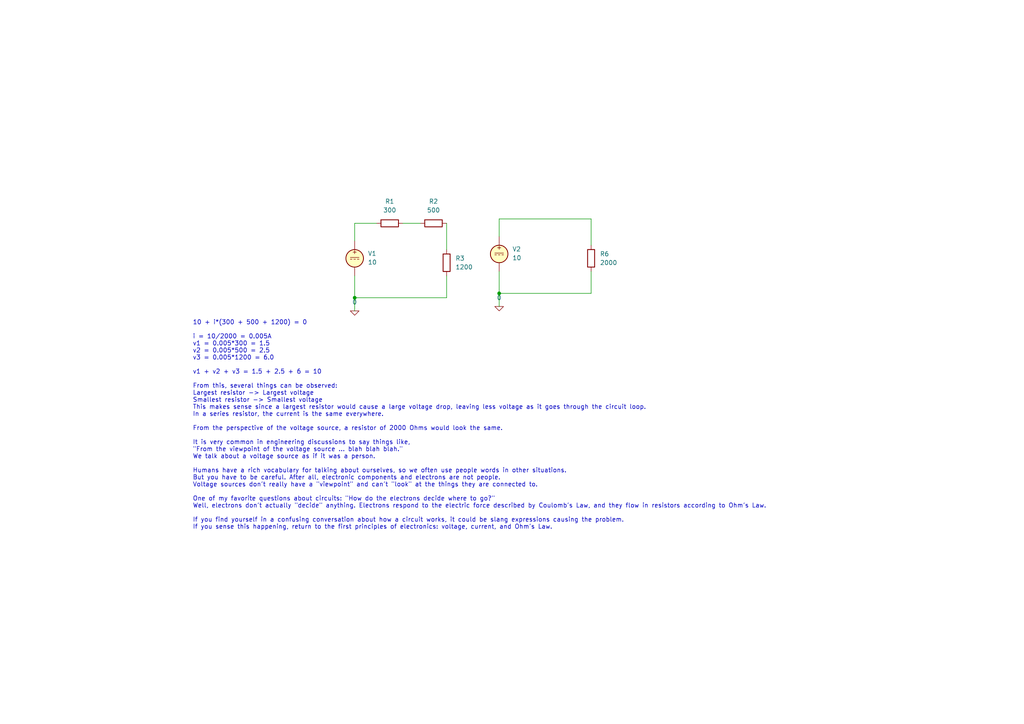
<source format=kicad_sch>
(kicad_sch (version 20230121) (generator eeschema)
  (paper "A4")
  (lib_symbols
    (symbol "Device:R" (pin_numbers hide) (pin_names (offset 0))
      (property "Reference" "R" (at 2.032 0 90))
      (property "Value" "R" (at 0 0 90))
      (symbol "R_0_1"
        (rectangle (start -1.016 -2.54) (end 1.016 2.54) (stroke (width 0.254)))
      )
      (symbol "R_1_1"
        (pin passive line (at 0 3.81 270) (length 1.27) (name "~") (number "1"))
        (pin passive line (at 0 -3.81 90) (length 1.27) (name "~") (number "2"))
      )
    )
    (symbol "Simulation_SPICE:0" (power) (pin_names (offset 0))
      (property "Value" "0" (at 0 -1.778 0))
      (symbol "0_0_1"
        (polyline (pts (xy -1.27 0) (xy 0 -1.27) (xy 1.27 0) (xy -1.27 0)))
      )
      (symbol "0_1_1"
        (pin power_in line (at 0 0 0) (length 0) hide (name "0") (number "1"))
      )
    )
    (symbol "Simulation_SPICE:VDC" (pin_numbers hide) (pin_names (offset 0.0254))
      (property "Reference" "V" (at 2.54 2.54 0))
      (property "Value" "1" (at 2.54 0 0))
      (symbol "VDC_0_0"
        (polyline (pts (xy -1.27 0.254) (xy 1.27 0.254)))
        (polyline (pts (xy -0.762 -0.254) (xy -1.27 -0.254)))
        (polyline (pts (xy 0.254 -0.254) (xy -0.254 -0.254)))
        (polyline (pts (xy 1.27 -0.254) (xy 0.762 -0.254)))
        (text "+" (at 0 1.905 0) (effects (font (size 1.27 1.27))))
      )
      (symbol "VDC_0_1"
        (circle (center 0 0) (radius 2.54) (stroke (width 0.254)) (fill (type background)))
      )
      (symbol "VDC_1_1"
        (pin passive line (at 0 5.08 270) (length 2.54) (name "~") (number "1"))
        (pin passive line (at 0 -5.08 90) (length 2.54) (name "~") (number "2"))
      )
    )
  )
  (junction (at 144.78 85.09))
  (junction (at 102.87 86.36))
  (wire (pts (xy 102.87 86.36) (xy 102.87 90.17)))
  (wire (pts (xy 129.54 86.36) (xy 102.87 86.36)))
  (wire (pts (xy 144.78 85.09) (xy 144.78 88.9)))
  (wire (pts (xy 144.78 63.5) (xy 144.78 68.58)))
  (wire (pts (xy 171.45 78.74) (xy 171.45 85.09)))
  (wire (pts (xy 116.84 64.77) (xy 121.92 64.77)))
  (wire (pts (xy 171.45 63.5) (xy 171.45 71.12)))
  (wire (pts (xy 144.78 85.09) (xy 144.78 78.74)))
  (wire (pts (xy 129.54 80.01) (xy 129.54 86.36)))
  (wire (pts (xy 102.87 86.36) (xy 102.87 80.01)))
  (wire (pts (xy 102.87 64.77) (xy 102.87 69.85)))
  (wire (pts (xy 144.78 63.5) (xy 171.45 63.5)))
  (wire (pts (xy 171.45 85.09) (xy 144.78 85.09)))
  (wire (pts (xy 102.87 64.77) (xy 109.22 64.77)))
  (wire (pts (xy 129.54 64.77) (xy 129.54 72.39)))
  (text "10 + i*(300 + 500 + 1200) = 0\n\ni = 10/2000 = 0.005A\nv1 = 0.005*300 = 1.5\nv2 = 0.005*500 = 2.5\nv3 = 0.005*1200 = 6.0\n\nv1 + v2 + v3 = 1.5 + 2.5 + 6 = 10\n\nFrom this, several things can be observed:\nLargest resistor -> Largest voltage\nSmallest resistor -> Smallest voltage\nThis makes sense since a largest resistor would cause a large voltage drop, leaving less voltage as it goes through the circuit loop.\nIn a series resistor, the current is the same everywhere.\n\nFrom the perspective of the voltage source, a resistor of 2000 Ohms would look the same.\n\nIt is very common in engineering discussions to say things like,\n\"From the viewpoint of the voltage source ... blah blah blah.\"\nWe talk about a voltage source as if it was a person.\n\nHumans have a rich vocabulary for talking about ourselves, so we often use people words in other situations.\nBut you have to be careful. After all, electronic components and electrons are not people.\nVoltage sources don't really have a \"viewpoint\" and can't \"look\" at the things they are connected to.\n\nOne of my favorite questions about circuits: \"How do the electrons decide where to go?\"\nWell, electrons don't actually \"decide\" anything. Electrons respond to the electric force described by Coulomb's Law, and they flow in resistors according to Ohm's Law.\n\nIf you find yourself in a confusing conversation about how a circuit works, it could be slang expressions causing the problem.\nIf you sense this happening, return to the first principles of electronics: voltage, current, and Ohm's Law.\n" (at 55.88 153.67 0) (effects (font (size 1.27 1.27)) (justify left bottom)))
  (symbol (lib_id "Device:R") (at 125.73 64.77 90) (unit 1)
    (property "Reference" "R2" (at 125.73 58.42 90))
    (property "Value" "500" (at 125.73 60.96 90))
  )
  (symbol (lib_id "Device:R") (at 171.45 74.93 0) (unit 1)
    (property "Reference" "R6" (at 173.99 73.66 0) (effects (justify left)))
    (property "Value" "2000" (at 173.99 76.2 0) (effects (justify left)))
  )
  (symbol (lib_id "Simulation_SPICE:VDC") (at 102.87 74.93 0) (unit 1)
    (property "Reference" "V1" (at 106.68 73.5302 0) (effects (justify left)))
    (property "Value" "10" (at 106.68 76.0702 0) (effects (justify left)))
    (property "Sim.Pins" "1=+ 2=-" (effects hide))
    (property "Sim.Type" "DC" (effects hide))
    (property "Sim.Device" "V" (effects hide))
  )
  (symbol (lib_id "Simulation_SPICE:0") (at 144.78 88.9 0) (unit 1)
    (property "Reference" "#GND02" (effects hide))
    (property "Value" "0" (at 144.78 86.36 0))
  )
  (symbol (lib_id "Device:R") (at 129.54 76.2 0) (unit 1)
    (property "Reference" "R3" (at 132.08 74.93 0) (effects (justify left)))
    (property "Value" "1200" (at 132.08 77.47 0) (effects (justify left)))
  )
  (symbol (lib_id "Simulation_SPICE:0") (at 102.87 90.17 0) (unit 1)
    (property "Reference" "#GND01" (effects hide))
    (property "Value" "0" (at 102.87 87.63 0))
  )
  (symbol (lib_id "Simulation_SPICE:VDC") (at 144.78 73.66 0) (unit 1)
    (property "Reference" "V2" (at 148.59 72.2602 0) (effects (justify left)))
    (property "Value" "10" (at 148.59 74.8002 0) (effects (justify left)))
    (property "Sim.Pins" "1=+ 2=-" (effects hide))
    (property "Sim.Type" "DC" (effects hide))
    (property "Sim.Device" "V" (effects hide))
  )
  (symbol (lib_id "Device:R") (at 113.03 64.77 90) (unit 1)
    (property "Reference" "R1" (at 113.03 58.42 90))
    (property "Value" "300" (at 113.03 60.96 90))
  )
)
</source>
